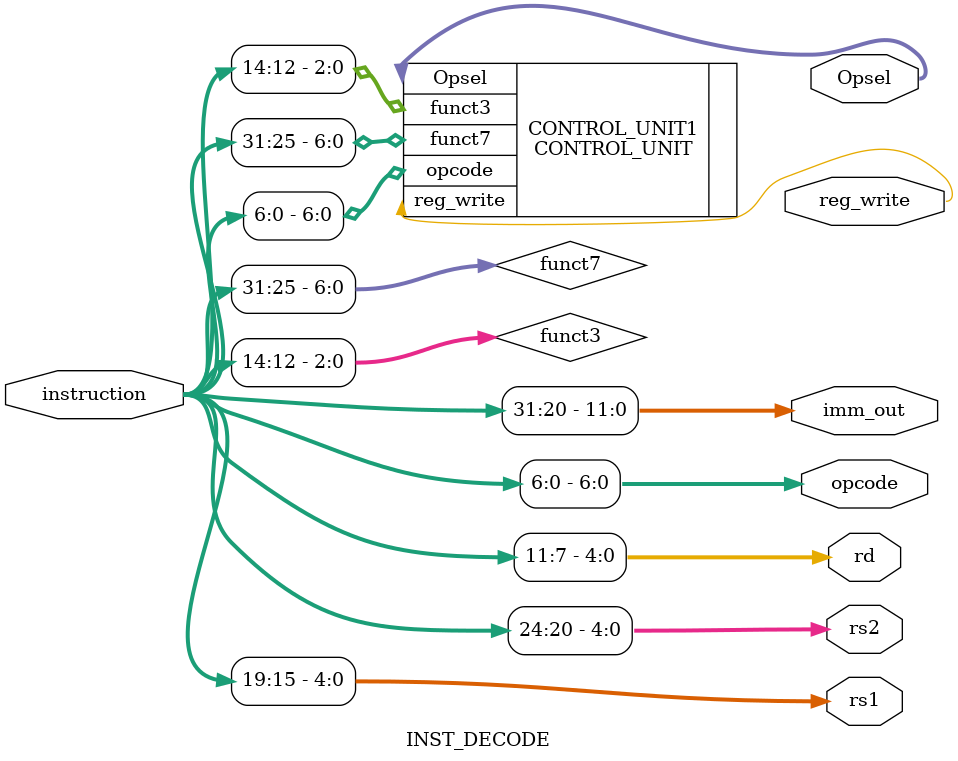
<source format=v>
module INST_DECODE(input[31:0] instruction,
                   output reg_write, 
                   output [4:0]rs1,rs2,rd, 
                   output [6:0] opcode,
                   output [3:0] Opsel,
                   output [11:0]imm_out
                   );
                   
wire [2:0]funct3;
wire [6:0]funct7;                   
                   
assign funct7 = instruction[31:25]; // Decoding funct7 from an instruction
assign rs2 = instruction[24:20]; // Decoding rs2 from an instruction
assign rs1 = instruction[19:15]; // Decoding rs1 from an instruction
assign funct3 = instruction[14:12]; // Decoding funct3 from an instruction
assign rd = instruction[11:7]; // Decoding rd from an instruction
assign opcode = instruction[6:0]; // Decoding opcode from an instruction

/* The folloeinf is decoding 12 bits immediate data from an instruction
   It loads into the data2 in register memory if only the opcode is 0010011 */
assign imm_out = instruction[31:20]; 

CONTROL_UNIT CONTROL_UNIT1(.funct7(funct7),.funct3(funct3),.opcode(opcode),.reg_write(reg_write),.Opsel(Opsel));

endmodule

</source>
